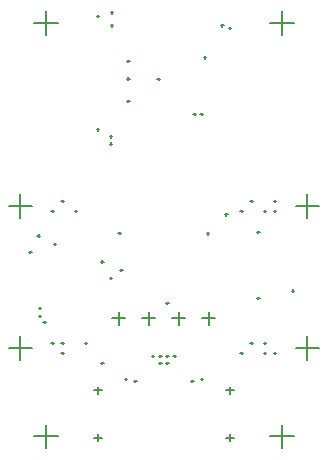
<source format=gbr>
G04*
G04 #@! TF.GenerationSoftware,Altium Limited,Altium Designer,24.1.2 (44)*
G04*
G04 Layer_Color=128*
%FSLAX25Y25*%
%MOIN*%
G70*
G04*
G04 #@! TF.SameCoordinates,EC497B79-CED4-4E58-A43C-F9202C23BEB1*
G04*
G04*
G04 #@! TF.FilePolarity,Positive*
G04*
G01*
G75*
%ADD10C,0.00500*%
D10*
X71870Y11437D02*
X74429D01*
X73150Y10158D02*
Y12717D01*
X27933Y11437D02*
X30492D01*
X29213Y10158D02*
Y12717D01*
X27933Y27185D02*
X30492D01*
X29213Y25906D02*
Y28465D01*
X71870Y27185D02*
X74429D01*
X73150Y25906D02*
Y28465D01*
X64016Y51181D02*
X68347D01*
X66181Y49016D02*
Y53347D01*
X54016Y51181D02*
X58346D01*
X56181Y49016D02*
Y53347D01*
X44016Y51181D02*
X48346D01*
X46181Y49016D02*
Y53347D01*
X34016Y51181D02*
X38346D01*
X36181Y49016D02*
Y53347D01*
X95079Y41339D02*
X102953D01*
X99016Y37402D02*
Y45276D01*
X-591Y41339D02*
X7283D01*
X3347Y37402D02*
Y45276D01*
X95079Y88583D02*
X102953D01*
X99016Y84646D02*
Y92520D01*
X-591Y88583D02*
X7283D01*
X3347Y84646D02*
Y92520D01*
X7874Y149606D02*
X15748D01*
X11811Y145669D02*
Y153543D01*
X86614Y149606D02*
X94488D01*
X90551Y145669D02*
Y153543D01*
X7874Y11811D02*
X15748D01*
X11811Y7874D02*
Y15748D01*
X86614Y11811D02*
X94488D01*
X90551Y7874D02*
Y15748D01*
X28838Y151969D02*
X29626D01*
X29232Y151575D02*
Y152362D01*
X9055Y78740D02*
X9843D01*
X9449Y78347D02*
Y79134D01*
X14567Y75984D02*
X15354D01*
X14961Y75590D02*
Y76378D01*
X11024Y50000D02*
X11811D01*
X11417Y49606D02*
Y50394D01*
X63386Y119291D02*
X64173D01*
X63779Y118898D02*
Y119685D01*
X61024Y119291D02*
X61811D01*
X61417Y118898D02*
Y119685D01*
X33071Y109449D02*
X33858D01*
X33465Y109055D02*
Y109843D01*
X33071Y111811D02*
X33858D01*
X33465Y111417D02*
Y112205D01*
X49015Y130905D02*
X49803D01*
X49409Y130512D02*
Y131299D01*
X70275Y148819D02*
X71063D01*
X70669Y148426D02*
Y149213D01*
X72737Y147933D02*
X73524D01*
X73130Y147540D02*
Y148327D01*
X33465Y153150D02*
X34252D01*
X33858Y152756D02*
Y153543D01*
X87893Y86910D02*
X88681D01*
X88287Y86516D02*
Y87303D01*
X76674Y86910D02*
X77461D01*
X77067Y86516D02*
Y87303D01*
X65551Y79527D02*
X66339D01*
X65945Y79133D02*
Y79920D01*
X36023Y79528D02*
X36811D01*
X36417Y79134D02*
Y79921D01*
X17027Y39666D02*
X17815D01*
X17421Y39272D02*
Y40059D01*
X13681Y43012D02*
X14469D01*
X14075Y42618D02*
Y43405D01*
X24901Y43012D02*
X25689D01*
X25295Y42618D02*
Y43405D01*
X76674Y39666D02*
X77461D01*
X77067Y39272D02*
Y40059D01*
X84548Y43012D02*
X85335D01*
X84941Y42618D02*
Y43405D01*
X63425Y30906D02*
X64212D01*
X63819Y30512D02*
Y31299D01*
X38150Y30906D02*
X38937D01*
X38544Y30512D02*
Y31299D01*
X51968Y56299D02*
X52756D01*
X52362Y55905D02*
Y56693D01*
X36614Y67323D02*
X37402D01*
X37008Y66929D02*
Y67716D01*
X33071Y64567D02*
X33858D01*
X33465Y64173D02*
Y64961D01*
X6299Y73228D02*
X7087D01*
X6693Y72835D02*
Y73622D01*
X71653Y85827D02*
X72441D01*
X72047Y85433D02*
Y86221D01*
X64567Y138189D02*
X65354D01*
X64961Y137795D02*
Y138583D01*
X33465Y148819D02*
X34252D01*
X33858Y148425D02*
Y149213D01*
X21555Y86910D02*
X22343D01*
X21949Y86516D02*
Y87303D01*
X17027Y90256D02*
X17815D01*
X17421Y89862D02*
Y90649D01*
X13681Y86911D02*
X14469D01*
X14075Y86517D02*
Y87304D01*
X28740Y114173D02*
X29528D01*
X29134Y113779D02*
Y114567D01*
X38976Y123622D02*
X39764D01*
X39370Y123228D02*
Y124016D01*
X9449Y51968D02*
X10236D01*
X9843Y51575D02*
Y52362D01*
X9449Y54724D02*
X10236D01*
X9843Y54331D02*
Y55118D01*
X84548Y86910D02*
X85335D01*
X84941Y86516D02*
Y87303D01*
X82284Y79921D02*
X83071D01*
X82677Y79528D02*
Y80315D01*
X82284Y57874D02*
X83071D01*
X82677Y57480D02*
Y58268D01*
X87893Y90255D02*
X88681D01*
X88287Y89861D02*
Y90648D01*
X93897Y60419D02*
X94685D01*
X94291Y60025D02*
Y60812D01*
X80019Y90256D02*
X80807D01*
X80413Y89862D02*
Y90649D01*
X30315Y70079D02*
X31102D01*
X30709Y69685D02*
Y70472D01*
X30315Y36220D02*
X31102D01*
X30709Y35827D02*
Y36614D01*
X80019Y43012D02*
X80807D01*
X80413Y42618D02*
Y43405D01*
X87893Y39666D02*
X88681D01*
X88287Y39272D02*
Y40059D01*
X38976Y131102D02*
X39764D01*
X39370Y130709D02*
Y131496D01*
X38976Y137008D02*
X39764D01*
X39370Y136614D02*
Y137402D01*
X17027Y43011D02*
X17815D01*
X17421Y42617D02*
Y43404D01*
X84548Y39667D02*
X85335D01*
X84941Y39273D02*
Y40060D01*
X54331Y38583D02*
X55118D01*
X54724Y38189D02*
Y38976D01*
X51968Y38583D02*
X52756D01*
X52362Y38189D02*
Y38976D01*
X51968Y36220D02*
X52756D01*
X52362Y35827D02*
Y36614D01*
X47244Y38583D02*
X48031D01*
X47638Y38189D02*
Y38976D01*
X60276Y30295D02*
X61063D01*
X60670Y29901D02*
Y30689D01*
X41299Y30295D02*
X42086D01*
X41693Y29901D02*
Y30689D01*
X49606Y38583D02*
X50394D01*
X50000Y38189D02*
Y38976D01*
X49606Y36220D02*
X50394D01*
X50000Y35827D02*
Y36614D01*
M02*

</source>
